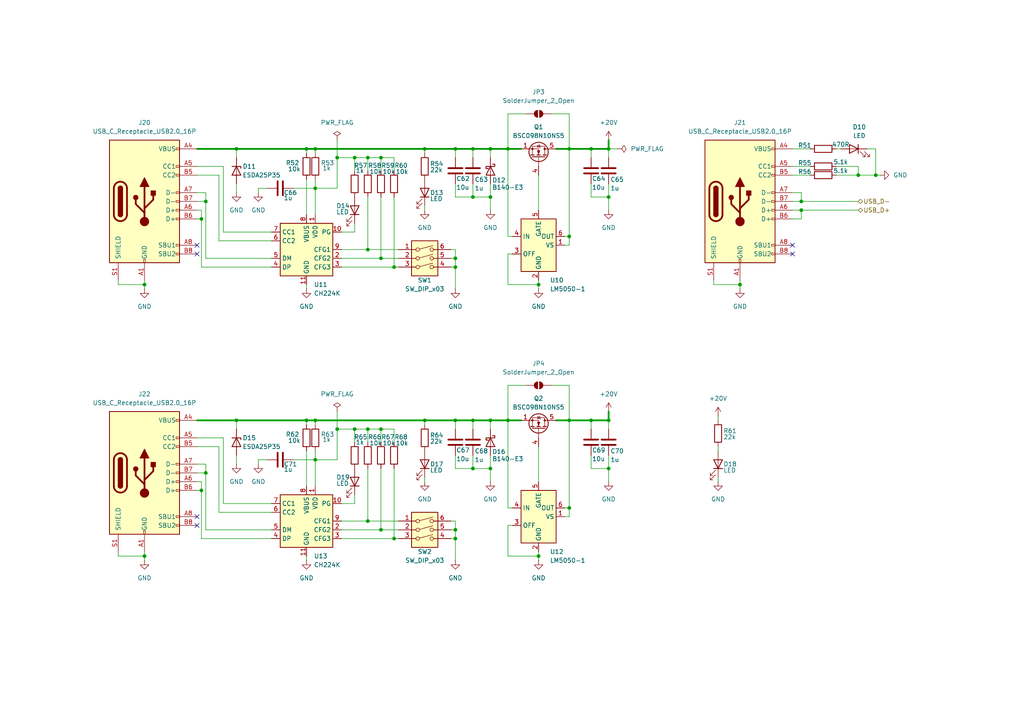
<source format=kicad_sch>
(kicad_sch (version 20250114) (generator "eeschema") (generator_version "9.0")
  (paper "A4")
  (lib_symbols
    (symbol "Connector:USB_C_Receptacle_USB2.0_16P" (pin_names (offset 1.016))
      (property "Reference" "J" (at 0 22.225 0))
      (property "Value" "USB_C_Receptacle_USB2.0_16P" (at 0 19.685 0))
      (symbol "USB_C_Receptacle_USB2.0_16P_1_1"
        (pin passive line (at -7.62 -22.86 90) (length 5.08) (name "SHIELD") (number "S1"))
        (pin passive line (at 0 -22.86 90) (length 5.08) (name "GND") (number "A1"))
        (pin passive line (at 0 -22.86 90) (length 5.08) (hide yes) (name "GND") (number "A12"))
        (pin passive line (at 0 -22.86 90) (length 5.08) (hide yes) (name "GND") (number "B1"))
        (pin passive line (at 0 -22.86 90) (length 5.08) (hide yes) (name "GND") (number "B12"))
        (pin passive line (at 15.24 15.24 180) (length 5.08) (name "VBUS") (number "A4"))
        (pin passive line (at 15.24 15.24 180) (length 5.08) (hide yes) (name "VBUS") (number "A9"))
        (pin passive line (at 15.24 15.24 180) (length 5.08) (hide yes) (name "VBUS") (number "B4"))
        (pin passive line (at 15.24 15.24 180) (length 5.08) (hide yes) (name "VBUS") (number "B9"))
        (pin bidirectional line (at 15.24 10.16 180) (length 5.08) (name "CC1") (number "A5"))
        (pin bidirectional line (at 15.24 7.62 180) (length 5.08) (name "CC2") (number "B5"))
        (pin bidirectional line (at 15.24 2.54 180) (length 5.08) (name "D-") (number "A7"))
        (pin bidirectional line (at 15.24 0 180) (length 5.08) (name "D-") (number "B7"))
        (pin bidirectional line (at 15.24 -2.54 180) (length 5.08) (name "D+") (number "A6"))
        (pin bidirectional line (at 15.24 -5.08 180) (length 5.08) (name "D+") (number "B6"))
        (pin bidirectional line (at 15.24 -12.7 180) (length 5.08) (name "SBU1") (number "A8"))
        (pin bidirectional line (at 15.24 -15.24 180) (length 5.08) (name "SBU2") (number "B8"))
      )
    )
    (symbol "Device:C" (pin_numbers (hide yes)) (pin_names (offset 0.254))
      (property "Reference" "C" (at 0.635 2.54 0))
      (property "Value" "C" (at 0.635 -2.54 0))
      (symbol "C_1_1"
        (pin passive line (at 0 3.81 270) (length 2.794) (name "~") (number "1"))
        (pin passive line (at 0 -3.81 90) (length 2.794) (name "~") (number "2"))
      )
    )
    (symbol "Device:D_Zener" (pin_numbers (hide yes)) (pin_names (offset 1.016) (hide yes))
      (property "Reference" "D" (at 0 2.54 0))
      (property "Value" "D_Zener" (at 0 -2.54 0))
      (symbol "D_Zener_1_1"
        (pin passive line (at -3.81 0 0) (length 2.54) (name "K") (number "1"))
        (pin passive line (at 3.81 0 180) (length 2.54) (name "A") (number "2"))
      )
    )
    (symbol "Device:LED" (pin_numbers (hide yes)) (pin_names (offset 1.016) (hide yes))
      (property "Reference" "D" (at 0 2.54 0))
      (property "Value" "LED" (at 0 -2.54 0))
      (symbol "LED_1_1"
        (pin passive line (at -3.81 0 0) (length 2.54) (name "K") (number "1"))
        (pin passive line (at 3.81 0 180) (length 2.54) (name "A") (number "2"))
      )
    )
    (symbol "Device:R" (pin_numbers (hide yes)) (pin_names (offset 0))
      (property "Reference" "R" (at 2.032 0 90))
      (property "Value" "R" (at 0 0 90))
      (symbol "R_1_1"
        (pin passive line (at 0 3.81 270) (length 1.27) (name "~") (number "1"))
        (pin passive line (at 0 -3.81 90) (length 1.27) (name "~") (number "2"))
      )
    )
    (symbol "Diode:B140-E3" (pin_numbers (hide yes)) (pin_names (hide yes))
      (property "Reference" "D" (at 0 2.54 0))
      (property "Value" "B140-E3" (at 0 -2.54 0))
      (symbol "B140-E3_1_1"
        (pin passive line (at -3.81 0 0) (length 2.54) (name "K") (number "1"))
        (pin passive line (at 3.81 0 180) (length 2.54) (name "A") (number "2"))
      )
    )
    (symbol "Interface_USB:CH224K"
      (property "Reference" "U" (at -7.874 -8.89 0))
      (property "Value" "CH224K" (at 3.048 -8.89 0))
      (symbol "CH224K_1_1"
        (pin bidirectional line (at -10.16 5.08 0) (length 2.54) (name "CC1") (number "7"))
        (pin bidirectional line (at -10.16 2.54 0) (length 2.54) (name "CC2") (number "6"))
        (pin bidirectional line (at -10.16 -2.54 0) (length 2.54) (name "DM") (number "5"))
        (pin bidirectional line (at -10.16 -5.08 0) (length 2.54) (name "DP") (number "4"))
        (pin passive line (at 0 10.16 270) (length 2.54) (name "VBUS") (number "8"))
        (pin power_in line (at 0 -10.16 90) (length 2.54) (name "GND") (number "11"))
        (pin power_in line (at 2.54 10.16 270) (length 2.54) (name "VDD") (number "1"))
        (pin open_collector line (at 10.16 5.08 180) (length 2.54) (name "PG") (number "10"))
        (pin passive line (at 10.16 0 180) (length 2.54) (name "CFG1") (number "9"))
        (pin passive line (at 10.16 -2.54 180) (length 2.54) (name "CFG2") (number "2"))
        (pin passive line (at 10.16 -5.08 180) (length 2.54) (name "CFG3") (number "3"))
      )
    )
    (symbol "Jumper:SolderJumper_2_Open" (pin_numbers (hide yes)) (pin_names (offset 0) (hide yes)) (in_bom no)
      (property "Reference" "JP" (at 0 2.032 0))
      (property "Value" "SolderJumper_2_Open" (at 0 -2.54 0))
      (symbol "SolderJumper_2_Open_1_1"
        (pin passive line (at -3.81 0 0) (length 2.54) (name "A") (number "1"))
        (pin passive line (at 3.81 0 180) (length 2.54) (name "B") (number "2"))
      )
    )
    (symbol "Power_Management:LM5050-1"
      (property "Reference" "U" (at -5.08 8.89 0))
      (property "Value" "LM5050-1" (at 1.27 8.89 0))
      (symbol "LM5050-1_1_1"
        (pin input line (at -7.62 2.54 0) (length 2.54) (name "IN") (number "4"))
        (pin input line (at -7.62 -2.54 0) (length 2.54) (name "OFF") (number "3"))
        (pin output line (at 0 10.16 270) (length 2.54) (name "GATE") (number "5"))
        (pin power_in line (at 0 -10.16 90) (length 2.54) (name "GND") (number "2"))
        (pin input line (at 7.62 2.54 180) (length 2.54) (name "OUT") (number "6"))
        (pin passive line (at 7.62 0 180) (length 2.54) (name "VS") (number "1"))
      )
    )
    (symbol "Switch:SW_DIP_x03" (pin_names (offset 0) (hide yes))
      (property "Reference" "SW" (at 0 6.35 0))
      (property "Value" "SW_DIP_x03" (at 0 -6.35 0))
      (symbol "SW_DIP_x03_1_1"
        (pin passive line (at -7.62 2.54 0) (length 5.08) (name "~") (number "1"))
        (pin passive line (at -7.62 0 0) (length 5.08) (name "~") (number "2"))
        (pin passive line (at -7.62 -2.54 0) (length 5.08) (name "~") (number "3"))
        (pin passive line (at 7.62 2.54 180) (length 5.08) (name "~") (number "6"))
        (pin passive line (at 7.62 0 180) (length 5.08) (name "~") (number "5"))
        (pin passive line (at 7.62 -2.54 180) (length 5.08) (name "~") (number "4"))
      )
    )
    (symbol "Transistor_FET:BSC098N10NS5" (pin_names (hide yes))
      (property "Reference" "Q" (at 5.08 1.905 0))
      (property "Value" "BSC098N10NS5" (at 5.08 0 0))
      (symbol "BSC098N10NS5_1_1"
        (pin passive line (at -5.08 0 0) (length 2.54) (name "G") (number "4"))
        (pin passive line (at 2.54 5.08 270) (length 2.54) (name "D") (number "5"))
        (pin passive line (at 2.54 -5.08 90) (length 2.54) (name "S") (number "1"))
        (pin passive line (at 2.54 -5.08 90) (length 2.54) (hide yes) (name "S") (number "2"))
        (pin passive line (at 2.54 -5.08 90) (length 2.54) (hide yes) (name "S") (number "3"))
      )
    )
    (symbol "power:+5V" (power) (pin_numbers (hide yes)) (pin_names (offset 0) (hide yes))
      (property "Value" "+5V" (at 0 3.556 0))
      (symbol "+5V_1_1"
        (pin power_in line (at 0 0 90) (length 0) (name "~") (number "1"))
      )
    )
    (symbol "power:GND" (power) (pin_numbers (hide yes)) (pin_names (offset 0) (hide yes))
      (property "Value" "GND" (at 0 -3.81 0))
      (symbol "GND_1_1"
        (pin power_in line (at 0 0 270) (length 0) (name "~") (number "1"))
      )
    )
    (symbol "power:PWR_FLAG" (power) (pin_numbers (hide yes)) (pin_names (offset 0) (hide yes))
      (property "Value" "PWR_FLAG" (at 0 3.81 0))
      (symbol "PWR_FLAG_0_0"
        (pin power_out line (at 0 0 90) (length 0) (name "~") (number "1"))
      )
    )
  )
  (junction (at 123.19 43.18))
  (junction (at 97.79 124.46))
  (junction (at 110.49 124.46))
  (junction (at 165.1 43.18))
  (junction (at 106.68 45.72))
  (junction (at 137.16 57.15))
  (junction (at 137.16 121.92))
  (junction (at 254 50.8))
  (junction (at 137.16 43.18))
  (junction (at 156.21 161.29))
  (junction (at 88.9 43.18))
  (junction (at 41.91 161.29))
  (junction (at 132.08 74.93))
  (junction (at 106.68 124.46))
  (junction (at 147.32 121.92))
  (junction (at 232.41 60.96))
  (junction (at 142.24 43.18))
  (junction (at 156.21 82.55))
  (junction (at 91.44 121.92))
  (junction (at 59.69 58.42))
  (junction (at 110.49 153.67))
  (junction (at 106.68 151.13))
  (junction (at 132.08 77.47))
  (junction (at 97.79 45.72))
  (junction (at 91.44 133.35))
  (junction (at 123.19 121.92))
  (junction (at 106.68 72.39))
  (junction (at 102.87 45.72))
  (junction (at 110.49 74.93))
  (junction (at 165.1 121.92))
  (junction (at 68.58 121.92))
  (junction (at 176.53 57.15))
  (junction (at 142.24 57.15))
  (junction (at 142.24 121.92))
  (junction (at 91.44 43.18))
  (junction (at 165.1 68.58))
  (junction (at 176.53 43.18))
  (junction (at 41.91 82.55))
  (junction (at 165.1 147.32))
  (junction (at 114.3 156.21))
  (junction (at 59.69 137.16))
  (junction (at 142.24 135.89))
  (junction (at 176.53 135.89))
  (junction (at 248.92 50.8))
  (junction (at 91.44 54.61))
  (junction (at 132.08 153.67))
  (junction (at 110.49 45.72))
  (junction (at 147.32 43.18))
  (junction (at 58.42 142.24))
  (junction (at 214.63 82.55))
  (junction (at 114.3 77.47))
  (junction (at 137.16 135.89))
  (junction (at 232.41 58.42))
  (junction (at 176.53 121.92))
  (junction (at 102.87 124.46))
  (junction (at 68.58 43.18))
  (junction (at 132.08 121.92))
  (junction (at 132.08 43.18))
  (junction (at 171.45 121.92))
  (junction (at 171.45 43.18))
  (junction (at 88.9 121.92))
  (junction (at 132.08 156.21))
  (junction (at 58.42 63.5))
  (no_connect (at 57.15 149.86))
  (no_connect (at 229.87 71.12))
  (no_connect (at 57.15 73.66))
  (no_connect (at 57.15 152.4))
  (no_connect (at 57.15 71.12))
  (no_connect (at 229.87 73.66))
  (wire (pts (xy 106.68 135.89) (xy 106.68 151.13)))
  (wire (pts (xy 229.87 43.18) (xy 234.95 43.18)))
  (wire (pts (xy 68.58 121.92) (xy 88.9 121.92)) (stroke (width 0.508)))
  (wire (pts (xy 57.15 60.96) (xy 58.42 60.96)))
  (wire (pts (xy 59.69 58.42) (xy 59.69 74.93)))
  (wire (pts (xy 88.9 121.92) (xy 91.44 121.92)) (stroke (width 0.508)))
  (wire (pts (xy 123.19 43.18) (xy 132.08 43.18)))
  (wire (pts (xy 110.49 74.93) (xy 115.57 74.93)))
  (wire (pts (xy 229.87 48.26) (xy 234.95 48.26)))
  (wire (pts (xy 171.45 121.92) (xy 171.45 124.46)))
  (wire (pts (xy 147.32 68.58) (xy 148.59 68.58)))
  (wire (pts (xy 63.5 129.54) (xy 57.15 129.54)))
  (wire (pts (xy 64.77 48.26) (xy 57.15 48.26)))
  (wire (pts (xy 176.53 135.89) (xy 176.53 139.7)))
  (wire (pts (xy 137.16 121.92) (xy 142.24 121.92)) (stroke (width 0.508)))
  (wire (pts (xy 68.58 53.34) (xy 68.58 55.88)))
  (wire (pts (xy 147.32 43.18) (xy 151.13 43.18)) (stroke (width 0.508)))
  (wire (pts (xy 248.92 48.26) (xy 248.92 50.8)))
  (wire (pts (xy 130.81 74.93) (xy 132.08 74.93)))
  (wire (pts (xy 59.69 134.62) (xy 59.69 137.16)))
  (wire (pts (xy 59.69 55.88) (xy 59.69 58.42)))
  (wire (pts (xy 78.74 77.47) (xy 58.42 77.47)))
  (wire (pts (xy 123.19 59.69) (xy 123.19 60.96)))
  (wire (pts (xy 147.32 73.66) (xy 147.32 82.55)))
  (wire (pts (xy 132.08 121.92) (xy 137.16 121.92)) (stroke (width 0.508)))
  (wire (pts (xy 34.29 160.02) (xy 34.29 161.29)))
  (wire (pts (xy 123.19 43.18) (xy 123.19 44.45)))
  (wire (pts (xy 132.08 77.47) (xy 132.08 83.82)))
  (wire (pts (xy 64.77 127) (xy 57.15 127)))
  (wire (pts (xy 59.69 153.67) (xy 78.74 153.67)))
  (wire (pts (xy 88.9 43.18) (xy 91.44 43.18)) (stroke (width 0.508)))
  (wire (pts (xy 137.16 135.89) (xy 142.24 135.89)))
  (wire (pts (xy 130.81 151.13) (xy 132.08 151.13)))
  (wire (pts (xy 88.9 82.55) (xy 88.9 83.82)))
  (wire (pts (xy 97.79 54.61) (xy 91.44 54.61)))
  (wire (pts (xy 63.5 69.85) (xy 63.5 50.8)))
  (wire (pts (xy 91.44 133.35) (xy 91.44 140.97)))
  (wire (pts (xy 130.81 77.47) (xy 132.08 77.47)))
  (wire (pts (xy 34.29 161.29) (xy 41.91 161.29)))
  (wire (pts (xy 165.1 43.18) (xy 165.1 68.58)))
  (wire (pts (xy 176.53 43.18) (xy 171.45 43.18)) (stroke (width 0.508)))
  (wire (pts (xy 91.44 43.18) (xy 91.44 44.45)))
  (wire (pts (xy 142.24 43.18) (xy 147.32 43.18)) (stroke (width 0.508)))
  (wire (pts (xy 85.09 54.61) (xy 91.44 54.61)))
  (wire (pts (xy 123.19 121.92) (xy 132.08 121.92)))
  (wire (pts (xy 97.79 45.72) (xy 102.87 45.72)))
  (wire (pts (xy 147.32 82.55) (xy 156.21 82.55)))
  (wire (pts (xy 58.42 156.21) (xy 58.42 142.24)))
  (wire (pts (xy 229.87 55.88) (xy 232.41 55.88)))
  (wire (pts (xy 132.08 121.92) (xy 132.08 124.46)))
  (wire (pts (xy 58.42 139.7) (xy 58.42 142.24)))
  (wire (pts (xy 232.41 55.88) (xy 232.41 58.42)))
  (wire (pts (xy 114.3 135.89) (xy 114.3 156.21)))
  (wire (pts (xy 41.91 161.29) (xy 41.91 160.02)))
  (wire (pts (xy 57.15 134.62) (xy 59.69 134.62)))
  (wire (pts (xy 165.1 149.86) (xy 165.1 147.32)))
  (wire (pts (xy 137.16 121.92) (xy 137.16 124.46)))
  (wire (pts (xy 251.46 43.18) (xy 254 43.18)))
  (wire (pts (xy 163.83 71.12) (xy 165.1 71.12)))
  (wire (pts (xy 102.87 146.05) (xy 99.06 146.05)))
  (wire (pts (xy 63.5 50.8) (xy 57.15 50.8)))
  (wire (pts (xy 88.9 121.92) (xy 88.9 123.19)))
  (wire (pts (xy 176.53 43.18) (xy 179.07 43.18)))
  (wire (pts (xy 130.81 153.67) (xy 132.08 153.67)))
  (wire (pts (xy 97.79 45.72) (xy 97.79 54.61)))
  (wire (pts (xy 68.58 132.08) (xy 68.58 134.62)))
  (wire (pts (xy 64.77 67.31) (xy 64.77 48.26)))
  (wire (pts (xy 91.44 130.81) (xy 91.44 133.35)))
  (wire (pts (xy 156.21 161.29) (xy 156.21 162.56)))
  (wire (pts (xy 229.87 63.5) (xy 232.41 63.5)))
  (wire (pts (xy 142.24 43.18) (xy 142.24 45.72)))
  (wire (pts (xy 148.59 73.66) (xy 147.32 73.66)))
  (wire (pts (xy 102.87 67.31) (xy 99.06 67.31)))
  (wire (pts (xy 137.16 53.34) (xy 137.16 57.15)))
  (wire (pts (xy 123.19 138.43) (xy 123.19 139.7)))
  (wire (pts (xy 176.53 40.64) (xy 176.53 43.18)) (stroke (width 0.508)))
  (wire (pts (xy 57.15 137.16) (xy 59.69 137.16)))
  (wire (pts (xy 147.32 161.29) (xy 156.21 161.29)))
  (wire (pts (xy 208.28 120.65) (xy 208.28 121.92)))
  (wire (pts (xy 68.58 121.92) (xy 68.58 124.46)))
  (wire (pts (xy 85.09 133.35) (xy 91.44 133.35)))
  (wire (pts (xy 130.81 72.39) (xy 132.08 72.39)))
  (wire (pts (xy 106.68 124.46) (xy 110.49 124.46)))
  (wire (pts (xy 132.08 43.18) (xy 137.16 43.18)) (stroke (width 0.508)))
  (wire (pts (xy 88.9 43.18) (xy 88.9 44.45)))
  (wire (pts (xy 232.41 60.96) (xy 248.92 60.96)))
  (wire (pts (xy 242.57 43.18) (xy 243.84 43.18)))
  (wire (pts (xy 59.69 137.16) (xy 59.69 153.67)))
  (wire (pts (xy 132.08 121.92) (xy 137.16 121.92)))
  (wire (pts (xy 110.49 128.27) (xy 110.49 124.46)))
  (wire (pts (xy 114.3 45.72) (xy 110.49 45.72)))
  (wire (pts (xy 152.4 33.02) (xy 147.32 33.02)))
  (wire (pts (xy 147.32 33.02) (xy 147.32 43.18)))
  (wire (pts (xy 171.45 43.18) (xy 165.1 43.18)) (stroke (width 0.508)))
  (wire (pts (xy 137.16 132.08) (xy 137.16 135.89)))
  (wire (pts (xy 102.87 143.51) (xy 102.87 146.05)))
  (wire (pts (xy 171.45 53.34) (xy 171.45 57.15)))
  (wire (pts (xy 91.44 43.18) (xy 123.19 43.18)) (stroke (width 0.508)))
  (wire (pts (xy 132.08 156.21) (xy 132.08 162.56)))
  (wire (pts (xy 232.41 58.42) (xy 248.92 58.42)))
  (wire (pts (xy 57.15 58.42) (xy 59.69 58.42)))
  (wire (pts (xy 99.06 151.13) (xy 106.68 151.13)))
  (wire (pts (xy 147.32 121.92) (xy 147.32 147.32)))
  (wire (pts (xy 99.06 153.67) (xy 110.49 153.67)))
  (wire (pts (xy 156.21 160.02) (xy 156.21 161.29)))
  (wire (pts (xy 88.9 130.81) (xy 88.9 140.97)))
  (wire (pts (xy 99.06 74.93) (xy 110.49 74.93)))
  (wire (pts (xy 34.29 81.28) (xy 34.29 82.55)))
  (wire (pts (xy 132.08 53.34) (xy 132.08 57.15)))
  (wire (pts (xy 171.45 132.08) (xy 171.45 135.89)))
  (wire (pts (xy 132.08 43.18) (xy 132.08 45.72)))
  (wire (pts (xy 106.68 128.27) (xy 106.68 124.46)))
  (wire (pts (xy 208.28 129.54) (xy 208.28 130.81)))
  (wire (pts (xy 99.06 72.39) (xy 106.68 72.39)))
  (wire (pts (xy 142.24 135.89) (xy 142.24 139.7)))
  (wire (pts (xy 110.49 49.53) (xy 110.49 45.72)))
  (wire (pts (xy 34.29 82.55) (xy 41.91 82.55)))
  (wire (pts (xy 142.24 121.92) (xy 142.24 124.46)))
  (wire (pts (xy 160.02 111.76) (xy 165.1 111.76)))
  (wire (pts (xy 78.74 156.21) (xy 58.42 156.21)))
  (wire (pts (xy 147.32 147.32) (xy 148.59 147.32)))
  (wire (pts (xy 137.16 43.18) (xy 137.16 45.72)))
  (wire (pts (xy 147.32 43.18) (xy 147.32 68.58)))
  (wire (pts (xy 132.08 43.18) (xy 137.16 43.18)))
  (wire (pts (xy 207.01 82.55) (xy 214.63 82.55)))
  (wire (pts (xy 156.21 50.8) (xy 156.21 60.96)))
  (wire (pts (xy 165.1 33.02) (xy 165.1 43.18)))
  (wire (pts (xy 242.57 48.26) (xy 248.92 48.26)))
  (wire (pts (xy 132.08 135.89) (xy 137.16 135.89)))
  (wire (pts (xy 97.79 40.64) (xy 97.79 45.72)))
  (wire (pts (xy 58.42 63.5) (xy 57.15 63.5)))
  (wire (pts (xy 114.3 124.46) (xy 110.49 124.46)))
  (wire (pts (xy 132.08 74.93) (xy 132.08 77.47)))
  (wire (pts (xy 130.81 156.21) (xy 132.08 156.21)))
  (wire (pts (xy 132.08 132.08) (xy 132.08 135.89)))
  (wire (pts (xy 161.29 121.92) (xy 165.1 121.92)) (stroke (width 0.508)))
  (wire (pts (xy 114.3 77.47) (xy 115.57 77.47)))
  (wire (pts (xy 58.42 142.24) (xy 57.15 142.24)))
  (wire (pts (xy 74.93 133.35) (xy 74.93 134.62)))
  (wire (pts (xy 176.53 57.15) (xy 176.53 60.96)))
  (wire (pts (xy 163.83 149.86) (xy 165.1 149.86)))
  (wire (pts (xy 176.53 132.08) (xy 176.53 135.89)))
  (wire (pts (xy 41.91 161.29) (xy 41.91 162.56)))
  (wire (pts (xy 254 50.8) (xy 255.27 50.8)))
  (wire (pts (xy 78.74 146.05) (xy 64.77 146.05)))
  (wire (pts (xy 74.93 54.61) (xy 74.93 55.88)))
  (wire (pts (xy 248.92 50.8) (xy 254 50.8)))
  (wire (pts (xy 91.44 121.92) (xy 91.44 123.19)))
  (wire (pts (xy 114.3 49.53) (xy 114.3 45.72)))
  (wire (pts (xy 78.74 69.85) (xy 63.5 69.85)))
  (wire (pts (xy 147.32 111.76) (xy 147.32 121.92)))
  (wire (pts (xy 176.53 53.34) (xy 176.53 57.15)))
  (wire (pts (xy 229.87 58.42) (xy 232.41 58.42)))
  (wire (pts (xy 91.44 52.07) (xy 91.44 54.61)))
  (wire (pts (xy 242.57 50.8) (xy 248.92 50.8)))
  (wire (pts (xy 57.15 43.18) (xy 68.58 43.18)) (stroke (width 0.508)))
  (wire (pts (xy 156.21 81.28) (xy 156.21 82.55)))
  (wire (pts (xy 102.87 45.72) (xy 102.87 49.53)))
  (wire (pts (xy 106.68 57.15) (xy 106.68 72.39)))
  (wire (pts (xy 132.08 57.15) (xy 137.16 57.15)))
  (wire (pts (xy 97.79 124.46) (xy 102.87 124.46)))
  (wire (pts (xy 156.21 129.54) (xy 156.21 139.7)))
  (wire (pts (xy 97.79 133.35) (xy 91.44 133.35)))
  (wire (pts (xy 171.45 57.15) (xy 176.53 57.15)))
  (wire (pts (xy 78.74 148.59) (xy 63.5 148.59)))
  (wire (pts (xy 207.01 81.28) (xy 207.01 82.55)))
  (wire (pts (xy 91.44 121.92) (xy 123.19 121.92)) (stroke (width 0.508)))
  (wire (pts (xy 97.79 124.46) (xy 97.79 133.35)))
  (wire (pts (xy 165.1 147.32) (xy 163.83 147.32)))
  (wire (pts (xy 78.74 67.31) (xy 64.77 67.31)))
  (wire (pts (xy 160.02 33.02) (xy 165.1 33.02)))
  (wire (pts (xy 102.87 124.46) (xy 102.87 128.27)))
  (wire (pts (xy 106.68 151.13) (xy 115.57 151.13)))
  (wire (pts (xy 41.91 82.55) (xy 41.91 81.28)))
  (wire (pts (xy 214.63 82.55) (xy 214.63 83.82)))
  (wire (pts (xy 142.24 132.08) (xy 142.24 135.89)))
  (wire (pts (xy 214.63 82.55) (xy 214.63 81.28)))
  (wire (pts (xy 208.28 138.43) (xy 208.28 139.7)))
  (wire (pts (xy 229.87 50.8) (xy 234.95 50.8)))
  (wire (pts (xy 171.45 135.89) (xy 176.53 135.89)))
  (wire (pts (xy 59.69 74.93) (xy 78.74 74.93)))
  (wire (pts (xy 63.5 148.59) (xy 63.5 129.54)))
  (wire (pts (xy 132.08 151.13) (xy 132.08 153.67)))
  (wire (pts (xy 58.42 60.96) (xy 58.42 63.5)))
  (wire (pts (xy 58.42 77.47) (xy 58.42 63.5)))
  (wire (pts (xy 57.15 55.88) (xy 59.69 55.88)))
  (wire (pts (xy 147.32 152.4) (xy 147.32 161.29)))
  (wire (pts (xy 41.91 82.55) (xy 41.91 83.82)))
  (wire (pts (xy 176.53 124.46) (xy 176.53 121.92)))
  (wire (pts (xy 161.29 43.18) (xy 165.1 43.18)) (stroke (width 0.508)))
  (wire (pts (xy 57.15 139.7) (xy 58.42 139.7)))
  (wire (pts (xy 114.3 57.15) (xy 114.3 77.47)))
  (wire (pts (xy 110.49 153.67) (xy 115.57 153.67)))
  (wire (pts (xy 176.53 45.72) (xy 176.53 43.18)))
  (wire (pts (xy 123.19 43.18) (xy 132.08 43.18)) (stroke (width 0.508)))
  (wire (pts (xy 132.08 153.67) (xy 132.08 156.21)))
  (wire (pts (xy 77.47 54.61) (xy 74.93 54.61)))
  (wire (pts (xy 97.79 119.38) (xy 97.79 124.46)))
  (wire (pts (xy 114.3 156.21) (xy 115.57 156.21)))
  (wire (pts (xy 88.9 52.07) (xy 88.9 62.23)))
  (wire (pts (xy 152.4 111.76) (xy 147.32 111.76)))
  (wire (pts (xy 176.53 121.92) (xy 171.45 121.92)) (stroke (width 0.508)))
  (wire (pts (xy 106.68 45.72) (xy 110.49 45.72)))
  (wire (pts (xy 229.87 60.96) (xy 232.41 60.96)))
  (wire (pts (xy 114.3 128.27) (xy 114.3 124.46)))
  (wire (pts (xy 99.06 156.21) (xy 114.3 156.21)))
  (wire (pts (xy 110.49 135.89) (xy 110.49 153.67)))
  (wire (pts (xy 165.1 71.12) (xy 165.1 68.58)))
  (wire (pts (xy 171.45 121.92) (xy 165.1 121.92)) (stroke (width 0.508)))
  (wire (pts (xy 147.32 121.92) (xy 151.13 121.92)) (stroke (width 0.508)))
  (wire (pts (xy 137.16 43.18) (xy 142.24 43.18)) (stroke (width 0.508)))
  (wire (pts (xy 165.1 121.92) (xy 165.1 147.32)))
  (wire (pts (xy 165.1 111.76) (xy 165.1 121.92)))
  (wire (pts (xy 57.15 121.92) (xy 68.58 121.92)) (stroke (width 0.508)))
  (wire (pts (xy 132.08 72.39) (xy 132.08 74.93)))
  (wire (pts (xy 91.44 54.61) (xy 91.44 62.23)))
  (wire (pts (xy 232.41 63.5) (xy 232.41 60.96)))
  (wire (pts (xy 123.19 121.92) (xy 123.19 123.19)))
  (wire (pts (xy 142.24 121.92) (xy 147.32 121.92)) (stroke (width 0.508)))
  (wire (pts (xy 142.24 53.34) (xy 142.24 57.15)))
  (wire (pts (xy 68.58 43.18) (xy 68.58 45.72)))
  (wire (pts (xy 106.68 49.53) (xy 106.68 45.72)))
  (wire (pts (xy 99.06 77.47) (xy 114.3 77.47)))
  (wire (pts (xy 88.9 161.29) (xy 88.9 162.56)))
  (wire (pts (xy 137.16 43.18) (xy 142.24 43.18)))
  (wire (pts (xy 102.87 64.77) (xy 102.87 67.31)))
  (wire (pts (xy 137.16 121.92) (xy 142.24 121.92)))
  (wire (pts (xy 165.1 68.58) (xy 163.83 68.58)))
  (wire (pts (xy 77.47 133.35) (xy 74.93 133.35)))
  (wire (pts (xy 68.58 43.18) (xy 88.9 43.18)) (stroke (width 0.508)))
  (wire (pts (xy 148.59 152.4) (xy 147.32 152.4)))
  (wire (pts (xy 102.87 45.72) (xy 106.68 45.72)))
  (wire (pts (xy 142.24 57.15) (xy 142.24 60.96)))
  (wire (pts (xy 123.19 121.92) (xy 132.08 121.92)) (stroke (width 0.508)))
  (wire (pts (xy 137.16 57.15) (xy 142.24 57.15)))
  (wire (pts (xy 171.45 43.18) (xy 171.45 45.72)))
  (wire (pts (xy 64.77 146.05) (xy 64.77 127)))
  (wire (pts (xy 156.21 82.55) (xy 156.21 83.82)))
  (wire (pts (xy 176.53 119.38) (xy 176.53 121.92)) (stroke (width 0.508)))
  (wire (pts (xy 254 43.18) (xy 254 50.8)))
  (wire (pts (xy 110.49 57.15) (xy 110.49 74.93)))
  (wire (pts (xy 106.68 72.39) (xy 115.57 72.39)))
  (wire (pts (xy 102.87 124.46) (xy 106.68 124.46)))
  (hierarchical_label "USB_D+" (shape bidirectional) (at 248.92 60.96 0))
  (hierarchical_label "USB_D-" (shape bidirectional) (at 248.92 58.42 0))
  (symbol (lib_id "power:+5V") (at 208.28 120.65 0) (unit 1)
    (property "Reference" "#PWR088" (effects (hide yes)))
    (property "Value" "+20V" (at 208.28 115.57 0))
    (property "Description" "Power symbol creates a global label with name \"+5V\"" (effects (hide yes)))
  )
  (symbol (lib_id "power:GND") (at 208.28 139.7 0) (unit 1)
    (property "Reference" "#PWR094" (effects (hide yes)))
    (property "Value" "GND" (at 208.28 144.78 0))
    (property "Description" "Power symbol creates a global label with name \"GND\" , ground" (effects (hide yes)))
  )
  (symbol (lib_id "power:GND") (at 41.91 83.82 0) (unit 1)
    (property "Reference" "#PWR082" (effects (hide yes)))
    (property "Value" "GND" (at 41.91 88.9 0))
    (property "Description" "Power symbol creates a global label with name \"GND\" , ground" (effects (hide yes)))
  )
  (symbol (lib_id "power:GND") (at 156.21 162.56 0) (unit 1)
    (property "Reference" "#PWR098" (effects (hide yes)))
    (property "Value" "GND" (at 156.21 167.64 0))
    (property "Description" "Power symbol creates a global label with name \"GND\" , ground" (effects (hide yes)))
  )
  (symbol (lib_id "power:GND") (at 68.58 134.62 0) (mirror y) (unit 1)
    (property "Reference" "#PWR089" (effects (hide yes)))
    (property "Value" "GND" (at 68.58 139.7 0))
    (property "Description" "Power symbol creates a global label with name \"GND\" , ground" (effects (hide yes)))
  )
  (symbol (lib_id "Jumper:SolderJumper_2_Open") (at 156.21 33.02 0) (unit 1) (in_bom no)
    (property "Reference" "JP3" (at 156.21 26.67 0))
    (property "Value" "SolderJumper_2_Open" (at 156.21 29.21 0))
    (property "Footprint" "Jumper:SolderJumper-2_P1.3mm_Open_RoundedPad1.0x1.5mm" (effects (hide yes)))
    (property "Description" "Solder Jumper, 2-pole, open" (effects (hide yes)))
  )
  (symbol (lib_id "Interface_USB:CH224K") (at 88.9 151.13 0) (unit 1)
    (property "Reference" "U13" (at 91.0433 161.29 0) (effects (justify left)))
    (property "Value" "CH224K" (at 91.0433 163.83 0) (effects (justify left)))
    (property "Footprint" "Package_SO:SSOP-10-1EP_3.9x4.9mm_P1mm_EP2.1x3.3mm" (effects (hide yes)))
    (property "Datasheet" "https://www.wch.cn/downloads/file/301.html" (effects (hide yes)))
    (property "Description" "100W USB Type-C PD3.0/2.0, BC1.2 Sink Controller, SSOP-10" (effects (hide yes)))
    (property "LCSC" "C970725" (effects (hide yes)))
  )
  (symbol (lib_id "Device:R") (at 91.44 127 0) (unit 1)
    (property "Reference" "R63" (at 94.996 125.984 0))
    (property "Value" "1k" (at 94.742 127.508 0))
    (property "Footprint" "Resistor_SMD:R_0402_1005Metric" (effects (hide yes)))
    (property "Description" "Resistor" (effects (hide yes)))
    (property "LCSC" "C11702" (effects (hide yes)))
  )
  (symbol (lib_id "Device:R") (at 88.9 48.26 0) (unit 1)
    (property "Reference" "R52" (at 84.836 47.244 0))
    (property "Value" "10k" (at 85.344 49.022 0))
    (property "Footprint" "Resistor_SMD:R_0402_1005Metric" (effects (hide yes)))
    (property "Description" "Resistor" (effects (hide yes)))
    (property "LCSC" "C25744" (effects (hide yes)))
  )
  (symbol (lib_id "Device:LED") (at 247.65 43.18 0) (mirror y) (unit 1)
    (property "Reference" "D10" (at 249.2375 36.83 0))
    (property "Value" "LED" (at 249.2375 39.37 0))
    (property "Footprint" "LED_SMD:LED_0805_2012Metric" (effects (hide yes)))
    (property "Description" "Light emitting diode" (effects (hide yes)))
    (property "Sim.Pins" "1=K 2=A" (effects (hide yes)))
    (property "LCSC" "C2297" (effects (hide yes)))
  )
  (symbol (lib_id "Device:C") (at 137.16 128.27 0) (mirror y) (unit 1)
    (property "Reference" "C68" (at 137.668 130.81 0) (effects (justify right)))
    (property "Value" "1u" (at 137.668 133.35 0) (effects (justify right)))
    (property "Footprint" "Capacitor_SMD:C_0805_2012Metric" (effects (hide yes)))
    (property "Description" "Unpolarized capacitor" (effects (hide yes)))
    (property "LCSC" "C28323" (effects (hide yes)))
  )
  (symbol (lib_id "power:GND") (at 123.19 139.7 0) (unit 1)
    (property "Reference" "#PWR091" (effects (hide yes)))
    (property "Value" "GND" (at 123.19 144.78 0))
    (property "Description" "Power symbol creates a global label with name \"GND\" , ground" (effects (hide yes)))
  )
  (symbol (lib_id "power:PWR_FLAG") (at 179.07 43.18 270) (mirror x) (unit 1)
    (property "Reference" "#FLG08" (effects (hide yes)))
    (property "Value" "PWR_FLAG" (at 182.88 43.1799 90) (effects (justify left)))
    (property "Description" "Special symbol for telling ERC where power comes from" (effects (hide yes)))
  )
  (symbol (lib_id "Device:R") (at 123.19 127 0) (mirror y) (unit 1)
    (property "Reference" "R64" (at 124.714 126.238 0) (effects (justify right)))
    (property "Value" "22k" (at 124.714 128.0161 0) (effects (justify right)))
    (property "Footprint" "Resistor_SMD:R_0402_1005Metric" (effects (hide yes)))
    (property "Description" "Resistor" (effects (hide yes)))
    (property "LCSC" "C25768" (effects (hide yes)))
  )
  (symbol (lib_id "power:GND") (at 255.27 50.8 90) (unit 1)
    (property "Reference" "#PWR076" (effects (hide yes)))
    (property "Value" "GND" (at 259.08 50.7999 90) (effects (justify right)))
    (property "Description" "Power symbol creates a global label with name \"GND\" , ground" (effects (hide yes)))
  )
  (symbol (lib_id "Interface_USB:CH224K") (at 88.9 72.39 0) (unit 1)
    (property "Reference" "U11" (at 91.0433 82.55 0) (effects (justify left)))
    (property "Value" "CH224K" (at 91.0433 85.09 0) (effects (justify left)))
    (property "Footprint" "Package_SO:SSOP-10-1EP_3.9x4.9mm_P1mm_EP2.1x3.3mm" (effects (hide yes)))
    (property "Datasheet" "https://www.wch.cn/downloads/file/301.html" (effects (hide yes)))
    (property "Description" "100W USB Type-C PD3.0/2.0, BC1.2 Sink Controller, SSOP-10" (effects (hide yes)))
    (property "LCSC" "C970725" (effects (hide yes)))
  )
  (symbol (lib_id "Transistor_FET:BSC098N10NS5") (at 156.21 45.72 270) (mirror x) (unit 1)
    (property "Reference" "Q1" (at 156.21 36.83 90))
    (property "Value" "BSC098N10NS5" (at 156.21 39.37 90))
    (property "Footprint" "Package_TO_SOT_SMD:TDSON-8-1" (effects (hide yes)))
    (property "Datasheet" "http://www.infineon.com/dgdl/Infineon-BSC098N10NS5-DS-v02_00-EN.pdf?fileId=5546d4624ad04ef9014ae95ab4221bfd" (effects (hide yes)))
    (property "Description" "60A Id, 100V Vds, OptiMOS N-Channel Power MOSFET, 9.8mOhm Ron, Qg (typ) 22.0nC, PG-TDSON-8" (effects (hide yes)))
    (property "LCSC" "C534398" (effects (hide yes)))
  )
  (symbol (lib_id "Device:LED") (at 102.87 60.96 270) (mirror x) (unit 1)
    (property "Reference" "D14" (at 97.536 59.69 90) (effects (justify left)))
    (property "Value" "LED" (at 97.536 61.468 90) (effects (justify left)))
    (property "Footprint" "LED_SMD:LED_0805_2012Metric" (effects (hide yes)))
    (property "Description" "Light emitting diode" (effects (hide yes)))
    (property "Sim.Pins" "1=K 2=A" (effects (hide yes)))
    (property "LCSC" "C2297" (effects (hide yes)))
  )
  (symbol (lib_id "Device:R") (at 106.68 53.34 180) (unit 1)
    (property "Reference" "R58" (at 108.712 48.006 0))
    (property "Value" "10k" (at 108.966 49.784 0))
    (property "Footprint" "Resistor_SMD:R_0402_1005Metric" (effects (hide yes)))
    (property "Description" "Resistor" (effects (hide yes)))
    (property "LCSC" "C25744" (effects (hide yes)))
  )
  (symbol (lib_id "power:+5V") (at 176.53 119.38 0) (unit 1)
    (property "Reference" "#PWR087" (effects (hide yes)))
    (property "Value" "+20V" (at 176.53 114.3 0))
    (property "Description" "Power symbol creates a global label with name \"+5V\"" (effects (hide yes)))
  )
  (symbol (lib_id "Device:R") (at 123.19 48.26 0) (mirror y) (unit 1)
    (property "Reference" "R54" (at 124.714 47.498 0) (effects (justify right)))
    (property "Value" "22k" (at 124.714 49.2761 0) (effects (justify right)))
    (property "Footprint" "Resistor_SMD:R_0402_1005Metric" (effects (hide yes)))
    (property "Description" "Resistor" (effects (hide yes)))
    (property "LCSC" "C25768" (effects (hide yes)))
  )
  (symbol (lib_id "power:GND") (at 156.21 83.82 0) (unit 1)
    (property "Reference" "#PWR085" (effects (hide yes)))
    (property "Value" "GND" (at 156.21 88.9 0))
    (property "Description" "Power symbol creates a global label with name \"GND\" , ground" (effects (hide yes)))
  )
  (symbol (lib_id "power:GND") (at 142.24 60.96 0) (unit 1)
    (property "Reference" "#PWR080" (effects (hide yes)))
    (property "Value" "GND" (at 142.24 66.04 0))
    (property "Description" "Power symbol creates a global label with name \"GND\" , ground" (effects (hide yes)))
  )
  (symbol (lib_id "Device:C") (at 171.45 128.27 0) (mirror y) (unit 1)
    (property "Reference" "C69" (at 171.704 130.556 0) (effects (justify right)))
    (property "Value" "10u" (at 171.704 133.096 0) (effects (justify right)))
    (property "Footprint" "Capacitor_SMD:C_1206_3216Metric" (effects (hide yes)))
    (property "Description" "Unpolarized capacitor" (effects (hide yes)))
    (property "LCSC" "C13585" (effects (hide yes)))
  )
  (symbol (lib_id "power:GND") (at 132.08 162.56 0) (unit 1)
    (property "Reference" "#PWR097" (effects (hide yes)))
    (property "Value" "GND" (at 132.08 167.64 0))
    (property "Description" "Power symbol creates a global label with name \"GND\" , ground" (effects (hide yes)))
  )
  (symbol (lib_id "Device:C") (at 81.28 133.35 270) (unit 1)
    (property "Reference" "C71" (at 82.296 134.62 90) (effects (justify left)))
    (property "Value" "1u" (at 82.296 136.1439 90) (effects (justify left)))
    (property "Footprint" "Capacitor_SMD:C_0805_2012Metric" (effects (hide yes)))
    (property "Description" "Unpolarized capacitor" (effects (hide yes)))
    (property "LCSC" "C28323" (effects (hide yes)))
  )
  (symbol (lib_id "power:GND") (at 132.08 83.82 0) (unit 1)
    (property "Reference" "#PWR084" (effects (hide yes)))
    (property "Value" "GND" (at 132.08 88.9 0))
    (property "Description" "Power symbol creates a global label with name \"GND\" , ground" (effects (hide yes)))
  )
  (symbol (lib_id "Device:R") (at 102.87 132.08 0) (unit 1)
    (property "Reference" "R65" (at 104.648 126.746 0))
    (property "Value" "1k" (at 104.394 128.27 0))
    (property "Footprint" "Resistor_SMD:R_0402_1005Metric" (effects (hide yes)))
    (property "Description" "Resistor" (effects (hide yes)))
    (property "LCSC" "C11702" (effects (hide yes)))
  )
  (symbol (lib_id "Power_Management:LM5050-1") (at 156.21 149.86 0) (unit 1)
    (property "Reference" "U12" (at 159.512 160.02 0) (effects (justify left)))
    (property "Value" "LM5050-1" (at 159.512 162.56 0) (effects (justify left)))
    (property "Footprint" "Package_TO_SOT_SMD:TSOT-23-6" (effects (hide yes)))
    (property "Datasheet" "http://www.ti.com/lit/ds/symlink/lm5050-1-q1.pdf" (effects (hide yes)))
    (property "Description" "High side OR-ing FET controller, 5V to 75V operation, TSOT-23-6" (effects (hide yes)))
    (property "LCSC" "C129323" (effects (hide yes)))
  )
  (symbol (lib_id "Device:R") (at 238.76 50.8 90) (unit 1)
    (property "Reference" "R56" (at 233.426 49.784 90))
    (property "Value" "5.1k" (at 243.84 49.53 90))
    (property "Footprint" "Resistor_SMD:R_0402_1005Metric" (effects (hide yes)))
    (property "Description" "Resistor" (effects (hide yes)))
    (property "LCSC" "C25905" (effects (hide yes)))
  )
  (symbol (lib_id "Device:R") (at 102.87 53.34 0) (unit 1)
    (property "Reference" "R57" (at 104.648 48.006 0))
    (property "Value" "1k" (at 104.394 49.53 0))
    (property "Footprint" "Resistor_SMD:R_0402_1005Metric" (effects (hide yes)))
    (property "Description" "Resistor" (effects (hide yes)))
    (property "LCSC" "C11702" (effects (hide yes)))
  )
  (symbol (lib_id "Device:LED") (at 102.87 139.7 270) (mirror x) (unit 1)
    (property "Reference" "D19" (at 97.536 138.43 90) (effects (justify left)))
    (property "Value" "LED" (at 97.536 140.208 90) (effects (justify left)))
    (property "Footprint" "LED_SMD:LED_0805_2012Metric" (effects (hide yes)))
    (property "Description" "Light emitting diode" (effects (hide yes)))
    (property "Sim.Pins" "1=K 2=A" (effects (hide yes)))
    (property "LCSC" "C2297" (effects (hide yes)))
  )
  (symbol (lib_id "Device:C") (at 176.53 49.53 0) (mirror y) (unit 1)
    (property "Reference" "C65" (at 177.038 52.07 0) (effects (justify right)))
    (property "Value" "1u" (at 177.038 54.61 0) (effects (justify right)))
    (property "Footprint" "Capacitor_SMD:C_0805_2012Metric" (effects (hide yes)))
    (property "Description" "Unpolarized capacitor" (effects (hide yes)))
    (property "LCSC" "C28323" (effects (hide yes)))
  )
  (symbol (lib_id "Device:LED") (at 123.19 55.88 270) (mirror x) (unit 1)
    (property "Reference" "D13" (at 124.714 55.88 90) (effects (justify left)))
    (property "Value" "LED" (at 124.714 57.658 90) (effects (justify left)))
    (property "Footprint" "LED_SMD:LED_0805_2012Metric" (effects (hide yes)))
    (property "Description" "Light emitting diode" (effects (hide yes)))
    (property "Sim.Pins" "1=K 2=A" (effects (hide yes)))
    (property "LCSC" "C2297" (effects (hide yes)))
  )
  (symbol (lib_id "Device:R") (at 106.68 132.08 180) (unit 1)
    (property "Reference" "R66" (at 108.712 126.746 0))
    (property "Value" "10k" (at 108.966 128.524 0))
    (property "Footprint" "Resistor_SMD:R_0402_1005Metric" (effects (hide yes)))
    (property "Description" "Resistor" (effects (hide yes)))
    (property "LCSC" "C25744" (effects (hide yes)))
  )
  (symbol (lib_id "Device:R") (at 110.49 53.34 180) (unit 1)
    (property "Reference" "R59" (at 112.522 48.006 0))
    (property "Value" "10k" (at 112.776 49.784 0))
    (property "Footprint" "Resistor_SMD:R_0402_1005Metric" (effects (hide yes)))
    (property "Description" "Resistor" (effects (hide yes)))
    (property "LCSC" "C25744" (effects (hide yes)))
  )
  (symbol (lib_id "Device:C") (at 132.08 128.27 0) (mirror y) (unit 1)
    (property "Reference" "C67" (at 132.334 130.556 0) (effects (justify right)))
    (property "Value" "10u" (at 132.334 133.096 0) (effects (justify right)))
    (property "Footprint" "Capacitor_SMD:C_1206_3216Metric" (effects (hide yes)))
    (property "Description" "Unpolarized capacitor" (effects (hide yes)))
    (property "LCSC" "C13585" (effects (hide yes)))
  )
  (symbol (lib_id "Connector:USB_C_Receptacle_USB2.0_16P") (at 41.91 137.16 0) (unit 1)
    (property "Reference" "J22" (at 41.91 114.3 0))
    (property "Value" "USB_C_Receptacle_USB2.0_16P" (at 41.91 116.84 0))
    (property "Footprint" "Connector_USB:USB_C_Receptacle_GCT_USB4105-xx-A_16P_TopMnt_Horizontal" (effects (hide yes)))
    (property "Datasheet" "https://www.usb.org/sites/default/files/documents/usb_type-c.zip" (effects (hide yes)))
    (property "Description" "USB 2.0-only 16P Type-C Receptacle connector" (effects (hide yes)))
    (property "LCSC" "C165948" (effects (hide yes)))
  )
  (symbol (lib_id "Device:R") (at 114.3 53.34 180) (unit 1)
    (property "Reference" "R60" (at 116.332 48.006 0))
    (property "Value" "10k" (at 116.586 49.784 0))
    (property "Footprint" "Resistor_SMD:R_0402_1005Metric" (effects (hide yes)))
    (property "Description" "Resistor" (effects (hide yes)))
    (property "LCSC" "C25744" (effects (hide yes)))
  )
  (symbol (lib_id "power:GND") (at 123.19 60.96 0) (unit 1)
    (property "Reference" "#PWR079" (effects (hide yes)))
    (property "Value" "GND" (at 123.19 66.04 0))
    (property "Description" "Power symbol creates a global label with name \"GND\" , ground" (effects (hide yes)))
  )
  (symbol (lib_id "Transistor_FET:BSC098N10NS5") (at 156.21 124.46 270) (mirror x) (unit 1)
    (property "Reference" "Q2" (at 156.21 115.57 90))
    (property "Value" "BSC098N10NS5" (at 156.21 118.11 90))
    (property "Footprint" "Package_TO_SOT_SMD:TDSON-8-1" (effects (hide yes)))
    (property "Datasheet" "http://www.infineon.com/dgdl/Infineon-BSC098N10NS5-DS-v02_00-EN.pdf?fileId=5546d4624ad04ef9014ae95ab4221bfd" (effects (hide yes)))
    (property "Description" "60A Id, 100V Vds, OptiMOS N-Channel Power MOSFET, 9.8mOhm Ron, Qg (typ) 22.0nC, PG-TDSON-8" (effects (hide yes)))
    (property "LCSC" "C534398" (effects (hide yes)))
  )
  (symbol (lib_id "Switch:SW_DIP_x03") (at 123.19 74.93 0) (unit 1)
    (property "Reference" "SW1" (at 123.19 81.28 0))
    (property "Value" "SW_DIP_x03" (at 123.19 83.82 0))
    (property "Footprint" "Button_Switch_SMD:SW_DIP_SPSTx03_Slide_6.7x9.18mm_W8.61mm_P2.54mm_LowProfile" (effects (hide yes)))
    (property "Description" "3x DIP Switch, Single Pole Single Throw (SPST) switch, small symbol" (effects (hide yes)))
    (property "LCSC" "C129079" (effects (hide yes)))
  )
  (symbol (lib_id "Jumper:SolderJumper_2_Open") (at 156.21 111.76 0) (unit 1) (in_bom no)
    (property "Reference" "JP4" (at 156.21 105.41 0))
    (property "Value" "SolderJumper_2_Open" (at 156.21 107.95 0))
    (property "Footprint" "Jumper:SolderJumper-2_P1.3mm_Open_RoundedPad1.0x1.5mm" (effects (hide yes)))
    (property "Description" "Solder Jumper, 2-pole, open" (effects (hide yes)))
  )
  (symbol (lib_id "power:GND") (at 74.93 55.88 0) (unit 1)
    (property "Reference" "#PWR078" (effects (hide yes)))
    (property "Value" "GND" (at 72.898 60.96 0) (effects (justify left)))
    (property "Description" "Power symbol creates a global label with name \"GND\" , ground" (effects (hide yes)))
  )
  (symbol (lib_id "power:GND") (at 88.9 83.82 0) (unit 1)
    (property "Reference" "#PWR083" (effects (hide yes)))
    (property "Value" "GND" (at 88.9 88.9 0))
    (property "Description" "Power symbol creates a global label with name \"GND\" , ground" (effects (hide yes)))
  )
  (symbol (lib_id "Switch:SW_DIP_x03") (at 123.19 153.67 0) (unit 1)
    (property "Reference" "SW2" (at 123.19 160.02 0))
    (property "Value" "SW_DIP_x03" (at 123.19 162.56 0))
    (property "Footprint" "Button_Switch_SMD:SW_DIP_SPSTx03_Slide_6.7x9.18mm_W8.61mm_P2.54mm_LowProfile" (effects (hide yes)))
    (property "Description" "3x DIP Switch, Single Pole Single Throw (SPST) switch, small symbol" (effects (hide yes)))
    (property "LCSC" "C129079" (effects (hide yes)))
  )
  (symbol (lib_id "Device:D_Zener") (at 68.58 128.27 270) (unit 1)
    (property "Reference" "D15" (at 70.358 127 90) (effects (justify left)))
    (property "Value" "ESDA25P35" (at 70.358 129.54 90) (effects (justify left)))
    (property "Footprint" "digital:D_1610_4027Metric" (effects (hide yes)))
    (property "Description" "Zener diode" (effects (hide yes)))
    (property "LCSC" "C1974707" (effects (hide yes)))
  )
  (symbol (lib_id "power:PWR_FLAG") (at 97.79 119.38 0) (unit 1)
    (property "Reference" "#FLG09" (effects (hide yes)))
    (property "Value" "PWR_FLAG" (at 97.79 114.3 0))
    (property "Description" "Special symbol for telling ERC where power comes from" (effects (hide yes)))
  )
  (symbol (lib_id "Device:LED") (at 208.28 134.62 270) (mirror x) (unit 1)
    (property "Reference" "D18" (at 209.804 134.62 90) (effects (justify left)))
    (property "Value" "LED" (at 209.804 136.398 90) (effects (justify left)))
    (property "Footprint" "LED_SMD:LED_0805_2012Metric" (effects (hide yes)))
    (property "Description" "Light emitting diode" (effects (hide yes)))
    (property "Sim.Pins" "1=K 2=A" (effects (hide yes)))
    (property "LCSC" "C2297" (effects (hide yes)))
  )
  (symbol (lib_id "Device:C") (at 137.16 49.53 0) (mirror y) (unit 1)
    (property "Reference" "C63" (at 137.668 52.07 0) (effects (justify right)))
    (property "Value" "1u" (at 137.668 54.61 0) (effects (justify right)))
    (property "Footprint" "Capacitor_SMD:C_0805_2012Metric" (effects (hide yes)))
    (property "Description" "Unpolarized capacitor" (effects (hide yes)))
    (property "LCSC" "C28323" (effects (hide yes)))
  )
  (symbol (lib_id "Diode:B140-E3") (at 142.24 128.27 270) (unit 1)
    (property "Reference" "D16" (at 142.748 131.0004 90) (effects (justify left)))
    (property "Value" "B140-E3" (at 142.748 133.096 90) (effects (justify left)))
    (property "Footprint" "Diode_SMD:D_SMA" (effects (hide yes)))
    (property "Datasheet" "http://www.vishay.com/docs/88946/b120.pdf" (effects (hide yes)))
    (property "Description" "40V 1A Schottky Barrier Rectifier Diode, SMA(DO-214AC)" (effects (hide yes)))
    (property "LCSC" "C2981056" (effects (hide yes)))
  )
  (symbol (lib_id "Device:C") (at 171.45 49.53 0) (mirror y) (unit 1)
    (property "Reference" "C64" (at 171.704 51.816 0) (effects (justify right)))
    (property "Value" "10u" (at 171.704 54.356 0) (effects (justify right)))
    (property "Footprint" "Capacitor_SMD:C_1206_3216Metric" (effects (hide yes)))
    (property "Description" "Unpolarized capacitor" (effects (hide yes)))
    (property "LCSC" "C13585" (effects (hide yes)))
  )
  (symbol (lib_id "Diode:B140-E3") (at 142.24 49.53 270) (unit 1)
    (property "Reference" "D12" (at 142.748 52.2604 90) (effects (justify left)))
    (property "Value" "B140-E3" (at 142.748 54.356 90) (effects (justify left)))
    (property "Footprint" "Diode_SMD:D_SMA" (effects (hide yes)))
    (property "Datasheet" "http://www.vishay.com/docs/88946/b120.pdf" (effects (hide yes)))
    (property "Description" "40V 1A Schottky Barrier Rectifier Diode, SMA(DO-214AC)" (effects (hide yes)))
    (property "LCSC" "C2981056" (effects (hide yes)))
  )
  (symbol (lib_id "Device:C") (at 132.08 49.53 0) (mirror y) (unit 1)
    (property "Reference" "C62" (at 132.334 51.816 0) (effects (justify right)))
    (property "Value" "10u" (at 132.334 54.356 0) (effects (justify right)))
    (property "Footprint" "Capacitor_SMD:C_1206_3216Metric" (effects (hide yes)))
    (property "Description" "Unpolarized capacitor" (effects (hide yes)))
    (property "LCSC" "C13585" (effects (hide yes)))
  )
  (symbol (lib_id "Device:D_Zener") (at 68.58 49.53 270) (unit 1)
    (property "Reference" "D11" (at 70.358 48.26 90) (effects (justify left)))
    (property "Value" "ESDA25P35" (at 70.358 50.8 90) (effects (justify left)))
    (property "Footprint" "digital:D_1610_4027Metric" (effects (hide yes)))
    (property "Description" "Zener diode" (effects (hide yes)))
    (property "LCSC" "C1974707" (effects (hide yes)))
  )
  (symbol (lib_id "Device:LED") (at 123.19 134.62 270) (mirror x) (unit 1)
    (property "Reference" "D17" (at 124.714 134.62 90) (effects (justify left)))
    (property "Value" "LED" (at 124.714 136.398 90) (effects (justify left)))
    (property "Footprint" "LED_SMD:LED_0805_2012Metric" (effects (hide yes)))
    (property "Description" "Light emitting diode" (effects (hide yes)))
    (property "Sim.Pins" "1=K 2=A" (effects (hide yes)))
    (property "LCSC" "C2297" (effects (hide yes)))
  )
  (symbol (lib_id "power:GND") (at 74.93 134.62 0) (unit 1)
    (property "Reference" "#PWR090" (effects (hide yes)))
    (property "Value" "GND" (at 72.898 139.7 0) (effects (justify left)))
    (property "Description" "Power symbol creates a global label with name \"GND\" , ground" (effects (hide yes)))
  )
  (symbol (lib_id "Power_Management:LM5050-1") (at 156.21 71.12 0) (unit 1)
    (property "Reference" "U10" (at 159.512 81.28 0) (effects (justify left)))
    (property "Value" "LM5050-1" (at 159.512 83.82 0) (effects (justify left)))
    (property "Footprint" "Package_TO_SOT_SMD:TSOT-23-6" (effects (hide yes)))
    (property "Datasheet" "http://www.ti.com/lit/ds/symlink/lm5050-1-q1.pdf" (effects (hide yes)))
    (property "Description" "High side OR-ing FET controller, 5V to 75V operation, TSOT-23-6" (effects (hide yes)))
    (property "LCSC" "C129323" (effects (hide yes)))
  )
  (symbol (lib_id "power:GND") (at 88.9 162.56 0) (unit 1)
    (property "Reference" "#PWR096" (effects (hide yes)))
    (property "Value" "GND" (at 88.9 167.64 0))
    (property "Description" "Power symbol creates a global label with name \"GND\" , ground" (effects (hide yes)))
  )
  (symbol (lib_id "Connector:USB_C_Receptacle_USB2.0_16P") (at 214.63 58.42 0) (unit 1)
    (property "Reference" "J21" (at 214.63 35.56 0))
    (property "Value" "USB_C_Receptacle_USB2.0_16P" (at 214.63 38.1 0))
    (property "Footprint" "Connector_USB:USB_C_Receptacle_GCT_USB4105-xx-A_16P_TopMnt_Horizontal" (effects (hide yes)))
    (property "Datasheet" "https://www.usb.org/sites/default/files/documents/usb_type-c.zip" (effects (hide yes)))
    (property "Description" "USB 2.0-only 16P Type-C Receptacle connector" (effects (hide yes)))
    (property "LCSC" "C165948" (effects (hide yes)))
  )
  (symbol (lib_id "Device:R") (at 238.76 43.18 270) (unit 1)
    (property "Reference" "R51" (at 233.426 42.164 90))
    (property "Value" "470R" (at 243.84 41.91 90))
    (property "Footprint" "Resistor_SMD:R_0402_1005Metric" (effects (hide yes)))
    (property "Description" "Resistor" (effects (hide yes)))
    (property "LCSC" "C25117" (effects (hide yes)))
  )
  (symbol (lib_id "power:GND") (at 41.91 162.56 0) (unit 1)
    (property "Reference" "#PWR095" (effects (hide yes)))
    (property "Value" "GND" (at 41.91 167.64 0))
    (property "Description" "Power symbol creates a global label with name \"GND\" , ground" (effects (hide yes)))
  )
  (symbol (lib_id "Device:R") (at 208.28 125.73 0) (mirror y) (unit 1)
    (property "Reference" "R61" (at 209.804 124.968 0) (effects (justify right)))
    (property "Value" "22k" (at 209.804 126.7461 0) (effects (justify right)))
    (property "Footprint" "Resistor_SMD:R_0402_1005Metric" (effects (hide yes)))
    (property "Description" "Resistor" (effects (hide yes)))
    (property "LCSC" "C25768" (effects (hide yes)))
  )
  (symbol (lib_id "power:GND") (at 176.53 139.7 0) (unit 1)
    (property "Reference" "#PWR093" (effects (hide yes)))
    (property "Value" "GND" (at 176.53 144.78 0))
    (property "Description" "Power symbol creates a global label with name \"GND\" , ground" (effects (hide yes)))
  )
  (symbol (lib_id "Connector:USB_C_Receptacle_USB2.0_16P") (at 41.91 58.42 0) (unit 1)
    (property "Reference" "J20" (at 41.91 35.56 0))
    (property "Value" "USB_C_Receptacle_USB2.0_16P" (at 41.91 38.1 0))
    (property "Footprint" "Connector_USB:USB_C_Receptacle_GCT_USB4105-xx-A_16P_TopMnt_Horizontal" (effects (hide yes)))
    (property "Datasheet" "https://www.usb.org/sites/default/files/documents/usb_type-c.zip" (effects (hide yes)))
    (property "Description" "USB 2.0-only 16P Type-C Receptacle connector" (effects (hide yes)))
    (property "LCSC" "C165948" (effects (hide yes)))
  )
  (symbol (lib_id "Device:C") (at 176.53 128.27 0) (mirror y) (unit 1)
    (property "Reference" "C70" (at 177.038 130.81 0) (effects (justify right)))
    (property "Value" "1u" (at 177.038 133.35 0) (effects (justify right)))
    (property "Footprint" "Capacitor_SMD:C_0805_2012Metric" (effects (hide yes)))
    (property "Description" "Unpolarized capacitor" (effects (hide yes)))
    (property "LCSC" "C28323" (effects (hide yes)))
  )
  (symbol (lib_id "power:GND") (at 68.58 55.88 0) (mirror y) (unit 1)
    (property "Reference" "#PWR077" (effects (hide yes)))
    (property "Value" "GND" (at 68.58 60.96 0))
    (property "Description" "Power symbol creates a global label with name \"GND\" , ground" (effects (hide yes)))
  )
  (symbol (lib_id "power:+5V") (at 176.53 40.64 0) (unit 1)
    (property "Reference" "#PWR075" (effects (hide yes)))
    (property "Value" "+20V" (at 176.53 35.56 0))
    (property "Description" "Power symbol creates a global label with name \"+5V\"" (effects (hide yes)))
  )
  (symbol (lib_id "power:PWR_FLAG") (at 97.79 40.64 0) (unit 1)
    (property "Reference" "#FLG07" (effects (hide yes)))
    (property "Value" "PWR_FLAG" (at 97.79 35.56 0))
    (property "Description" "Special symbol for telling ERC where power comes from" (effects (hide yes)))
  )
  (symbol (lib_id "Device:R") (at 88.9 127 0) (unit 1)
    (property "Reference" "R62" (at 84.836 125.984 0))
    (property "Value" "10k" (at 85.344 127.762 0))
    (property "Footprint" "Resistor_SMD:R_0402_1005Metric" (effects (hide yes)))
    (property "Description" "Resistor" (effects (hide yes)))
    (property "LCSC" "C25744" (effects (hide yes)))
  )
  (symbol (lib_id "Device:C") (at 81.28 54.61 270) (unit 1)
    (property "Reference" "C66" (at 82.296 55.88 90) (effects (justify left)))
    (property "Value" "1u" (at 82.296 57.4039 90) (effects (justify left)))
    (property "Footprint" "Capacitor_SMD:C_0805_2012Metric" (effects (hide yes)))
    (property "Description" "Unpolarized capacitor" (effects (hide yes)))
    (property "LCSC" "C28323" (effects (hide yes)))
  )
  (symbol (lib_id "Device:R") (at 91.44 48.26 0) (unit 1)
    (property "Reference" "R53" (at 94.996 47.244 0))
    (property "Value" "1k" (at 94.742 48.768 0))
    (property "Footprint" "Resistor_SMD:R_0402_1005Metric" (effects (hide yes)))
    (property "Description" "Resistor" (effects (hide yes)))
    (property "LCSC" "C11702" (effects (hide yes)))
  )
  (symbol (lib_id "Device:R") (at 114.3 132.08 180) (unit 1)
    (property "Reference" "R68" (at 116.332 126.746 0))
    (property "Value" "10k" (at 116.586 128.524 0))
    (property "Footprint" "Resistor_SMD:R_0402_1005Metric" (effects (hide yes)))
    (property "Description" "Resistor" (effects (hide yes)))
    (property "LCSC" "C25744" (effects (hide yes)))
  )
  (symbol (lib_id "power:GND") (at 176.53 60.96 0) (unit 1)
    (property "Reference" "#PWR081" (effects (hide yes)))
    (property "Value" "GND" (at 176.53 66.04 0))
    (property "Description" "Power symbol creates a global label with name \"GND\" , ground" (effects (hide yes)))
  )
  (symbol (lib_id "Device:R") (at 110.49 132.08 180) (unit 1)
    (property "Reference" "R67" (at 112.522 126.746 0))
    (property "Value" "10k" (at 112.776 128.524 0))
    (property "Footprint" "Resistor_SMD:R_0402_1005Metric" (effects (hide yes)))
    (property "Description" "Resistor" (effects (hide yes)))
    (property "LCSC" "C25744" (effects (hide yes)))
  )
  (symbol (lib_id "power:GND") (at 142.24 139.7 0) (unit 1)
    (property "Reference" "#PWR092" (effects (hide yes)))
    (property "Value" "GND" (at 142.24 144.78 0))
    (property "Description" "Power symbol creates a global label with name \"GND\" , ground" (effects (hide yes)))
  )
  (symbol (lib_id "Device:R") (at 238.76 48.26 270) (unit 1)
    (property "Reference" "R55" (at 233.426 47.244 90))
    (property "Value" "5.1k" (at 243.84 46.99 90))
    (property "Footprint" "Resistor_SMD:R_0402_1005Metric" (effects (hide yes)))
    (property "Description" "Resistor" (effects (hide yes)))
    (property "LCSC" "C25905" (effects (hide yes)))
  )
  (symbol (lib_id "power:GND") (at 214.63 83.82 0) (unit 1)
    (property "Reference" "#PWR086" (effects (hide yes)))
    (property "Value" "GND" (at 214.63 88.9 0))
    (property "Description" "Power symbol creates a global label with name \"GND\" , ground" (effects (hide yes)))
  )
)
</source>
